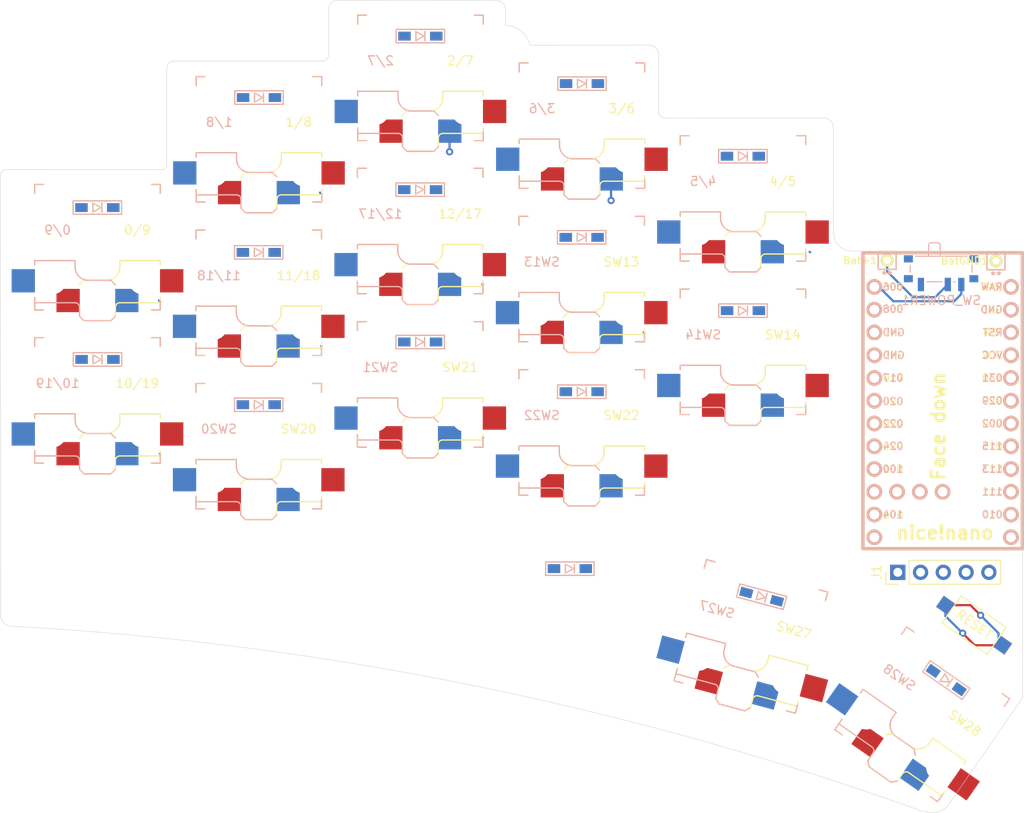
<source format=kicad_pcb>
(kicad_pcb (version 20240108) (generator "pcbnew") (generator_version "8.0")
  (layers (0 "F.Cu" signal) (31 "B.Cu" signal) (34 "B.Paste" user) (35 "F.Paste" user) (36 "B.SilkS" user "B.Silkscreen") (37 "F.SilkS" user "F.Silkscreen") (38 "B.Mask" user) (39 "F.Mask" user) (44 "Edge.Cuts" user))
  (net 0 "")
  (net 1 "BT+")
  (net 2 "gnd")
  (net 3 "vcc")
  (net 4 "reset")
  (net 5 "raw")
  (net 6 "Net-(D0-A)")
  (net 7 "Net-(D1-A)")
  (net 8 "MOSI")
  (net 9 "Net-(D2-A)")
  (net 10 "SCK")
  (net 11 "CS")
  (net 12 "Net-(D3-A)")
  (net 13 "Net-(D4-A)")
  (net 14 "Net-(D10-A)")
  (net 15 "Net-(D11-A)")
  (net 16 "row_0")
  (net 17 "Net-(D12-A)")
  (net 18 "row_1")
  (net 19 "Net-(D13-A)")
  (net 20 "Net-(D14-A)")
  (net 21 "row_3")
  (net 22 "Net-(D20-A)")
  (net 23 "col0")
  (net 24 "col1")
  (net 25 "col2")
  (net 26 "col3")
  (net 27 "col4")
  (net 28 "col5")
  (net 29 "Net-(D21-A)")
  (net 30 "Net-(D22-A)")
  (net 31 "Net-(D27-A)")
  (net 32 "Net-(D28-A)")
  (net 34 "row_2")
  (net 43 "Net-(D26-A)")
  (footprint "nice-nano-kicad:nice_nano" (layer "F.Cu") (at 238.769001 64.325433 -90)
    (property "Reference" "U1" (hide yes))
    (property "Value" "nice!nano v2" (hide yes))
    (fp_text user "002" (at 1.27 -5.537191 0) (layer "B.SilkS") (effects (font (size 0.8 0.8)) (justify mirror)))
    (fp_text user "GND" (at -6.35 5.461 0) (layer "B.SilkS") (effects (font (size 0.8 0.8)) (justify mirror)))
    (fp_text user "VCC" (at -6.35 -5.537191 0) (layer "B.SilkS") (effects (font (size 0.8 0.8)) (justify mirror)))
    (fp_text user "113" (at 6.35 -5.537191 0) (layer "B.SilkS") (effects (font (size 0.8 0.8)) (justify mirror)))
    (fp_text user "010" (at 11.43 -5.537191 0) (layer "B.SilkS") (effects (font (size 0.8 0.8)) (justify mirror)))
    (fp_text user "029" (at -1.27 -5.537191 0) (layer "B.SilkS") (effects (font (size 0.8 0.8)) (justify mirror)))
    (fp_text user "008" (at -11.5 5.53719 0) (layer "B.SilkS") (effects (font (size 0.8 0.8)) (justify mirror)))
    (fp_text user "020" (at -1.2 5.53719 0) (layer "B.SilkS") (effects (font (size 0.8 0.8)) (justify mirror)))
    (fp_text user "115" (at 3.81 -5.537191 0) (layer "B.SilkS") (effects (font (size 0.8 0.8)) (justify mirror)))
    (fp_text user "104" (at 11.43 5.53719 0) (layer "B.SilkS") (effects (font (size 0.8 0.8)) (justify mirror)))
    (fp_text user "017" (at -3.81 5.53719 0) (layer "B.SilkS") (effects (font (size 0.8 0.8)) (justify mirror)))
    (fp_text user "006" (at -13.97 5.53719 0) (layer "B.SilkS") (effects (font (size 0.8 0.8)) (justify mirror)))
    (fp_text user "100" (at 6.35 5.53719 0) (layer "B.SilkS") (effects (font (size 0.8 0.8)) (justify mirror)))
    (fp_text user "GND" (at -8.89 5.461 0) (layer "B.SilkS") (effects (font (size 0.8 0.8)) (justify mirror)))
    (fp_text user "RST" (at -8.89 -5.588 0) (layer "B.SilkS") (effects (font (size 0.8 0.8)) (justify mirror)))
    (fp_text user "031" (at -3.81 -5.537191 0) (layer "B.SilkS") (effects (font (size 0.8 0.8)) (justify mirror)))
    (fp_text user "111" (at 8.89 -5.537191 0) (layer "B.SilkS") (effects (font (size 0.8 0.8)) (justify mirror)))
    (fp_text user "RAW" (at -13.97 -5.473715 0) (layer "B.SilkS") (effects (font (size 0.8 0.8)) (justify mirror)))
    (fp_text user "GND" (at -11.43 -5.454667 0) (layer "B.SilkS") (effects (font (size 0.8 0.8)) (justify mirror)))
    (fp_text user "022" (at 1.3 5.53719 0) (layer "B.SilkS") (effects (font (size 0.8 0.8)) (justify mirror)))
    (fp_text user "024" (at 3.8 5.53719 0) (layer "B.SilkS") (effects (font (size 0.8 0.8)) (justify mirror)))
    (fp_text user "008" (at -11.5 5.53719 0) (layer "F.SilkS") (effects (font (size 0.8 0.8))))
    (fp_text user "nice!nano" (at 13.462 -0.254 0) (layer "F.SilkS") (effects (font (size 1.5 1.5) (thickness 0.3))))
    (fp_text user "104" (at 11.43 5.53719 0) (layer "F.SilkS") (effects (font (size 0.8 0.8))))
    (fp_text user "002" (at 1.27 -5.537191 0) (layer "F.SilkS") (effects (font (size 0.8 0.8))))
    (fp_text user "020" (at -1.2 5.53719 0) (layer "F.SilkS") (effects (font (size 0.8 0.8))))
    (fp_text user "113" (at 6.35 -5.537191 0) (layer "F.SilkS") (effects (font (size 0.8 0.8))))
    (fp_text user "100" (at 6.35 5.53719 0) (layer "F.SilkS") (effects (font (size 0.8 0.8))))
    (fp_text user "RST" (at -8.89 -5.588 0) (layer "F.SilkS") (effects (font (size 0.8 0.8))))
    (fp_text user "024" (at 3.81 5.53719 0) (layer "F.SilkS") (effects (font (size 0.8 0.8))))
    (fp_text user "017" (at -3.8 5.53719 0) (layer "F.SilkS") (effects (font (size 0.8 0.8))))
    (fp_text user "006" (at -13.97 5.53719 0) (layer "F.SilkS") (effects (font (size 0.8 0.8))))
    (fp_text user "GND" (at -6.35 5.461 0) (layer "F.SilkS") (effects (font (size 0.8 0.8))))
    (fp_text user "GND" (at -11.43 -5.454667 0) (layer "F.SilkS") (effects (font (size 0.8 0.8))))
    (fp_text user "115" (at 3.81 -5.537191 0) (layer "F.SilkS") (effects (font (size 0.8 0.8))))
    (fp_text user "029" (at -1.27 -5.537191 0) (layer "F.SilkS") (effects (font (size 0.8 0.8))))
    (fp_text user "010" (at 11.43 -5.537191 0) (layer "F.SilkS") (effects (font (size 0.8 0.8))))
    (fp_text user "RAW" (at -13.97 -5.473715 0) (layer "F.SilkS") (effects (font (size 0.8 0.8))))
    (fp_text user "022" (at 1.3 5.53719 0) (layer "F.SilkS") (effects (font (size 0.8 0.8))))
    (fp_text user "GND" (at -8.89 5.461 0) (layer "F.SilkS") (effects (font (size 0.8 0.8))))
    (fp_text user "VCC" (at -6.35 -5.537191 0) (layer "F.SilkS") (effects (font (size 0.8 0.8))))
    (fp_text user "111" (at 8.89 -5.537191 0) (layer "F.SilkS") (effects (font (size 0.8 0.8))))
    (fp_text user "031" (at -3.81 -5.537191 0) (layer "F.SilkS") (effects (font (size 0.8 0.8))))
    (pad "1" thru_hole circle (at -13.97 7.62 270) (size 1.7526 1.7526) (drill 1.0922) (layers "*.Cu" "*.SilkS" "*.Mask") (net 11 "CS"))
    (pad "2" thru_hole circle (at -11.43 7.62 270) (size 1.7526 1.7526) (drill 1.0922) (layers "*.Cu" "*.SilkS" "*.Mask"))
    (pad "3" thru_hole circle (at -8.89 7.62 270) (size 1.7526 1.7526) (drill 1.0922) (layers "*.Cu" "*.SilkS" "*.Mask") (net 2 "gnd"))
    (pad "4" thru_hole circle (at -6.35 7.62 270) (size 1.7526 1.7526) (drill 1.0922) (layers "*.Cu" "*.SilkS" "*.Mask") (net 2 "gnd"))
    (pad "5" thru_hole circle (at -3.81 7.62 270) (size 1.7526 1.7526) (drill 1.0922) (layers "*.Cu" "*.SilkS" "*.Mask") (net 8 "MOSI"))
    (pad "6" thru_hole circle (at -1.27 7.62 270) (size 1.7526 1.7526) (drill 1.0922) (layers "*.Cu" "*.SilkS" "*.Mask") (net 10 "SCK"))
    (pad "7" thru_hole circle (at 1.27 7.62 270) (size 1.7526 1.7526) (drill 1.0922) (layers "*.Cu" "*.SilkS" "*.Mask") (net 16 "row_0"))
    (pad "8" thru_hole circle (at 3.81 7.62 270) (size 1.7526 1.7526) (drill 1.0922) (layers "*.Cu" "*.SilkS" "*.Mask") (net 18 "row_1"))
    (pad "9" thru_hole circle (at 6.35 7.62 270) (size 1.7526 1.7526) (drill 1.0922) (layers "*.Cu" "*.SilkS" "*.Mask") (net 34 "row_2"))
    (pad "10" thru_hole circle (at 8.89 7.62 270) (size 1.7526 1.7526) (drill 1.0922) (layers "*.Cu" "*.SilkS" "*.Mask") (net 21 "row_3"))
    (pad "11" thru_hole circle (at 11.43 7.62 270) (size 1.7526 1.7526) (drill 1.0922) (layers "*.Cu" "*.SilkS" "*.Mask"))
    (pad "12" thru_hole circle (at 13.97 7.62 270) (size 1.7526 1.7526) (drill 1.0922) (layers "*.Cu" "*.SilkS" "*.Mask"))
    (pad "13" thru_hole circle (at 13.97 -7.62 270) (size 1.7526 1.7526) (drill 1.0922) (layers "*.Cu" "*.SilkS" "*.Mask"))
    (pad "14" thru_hole circle (at 11.43 -7.62 270) (size 1.7526 1.7526) (drill 1.0922) (layers "*.Cu" "*.SilkS" "*.Mask"))
    (pad "15" thru_hole circle (at 8.89 -7.62 270) (size 1.7526 1.7526) (drill 1.0922) (layers "*.Cu" "*.SilkS" "*.Mask") (net 28 "col5"))
    (pad "16" thru_hole circle (at 6.35 -7.62 270) (size 1.7526 1.7526) (drill 1.0922) (layers "*.Cu" "*.SilkS" "*.Mask") (net 27 "col4"))
    (pad "17" thru_hole circle (at 3.81 -7.62 270) (size 1.7526 1.7526) (drill 1.0922) (layers "*.Cu" "*.SilkS" "*.Mask") (net 26 "col3"))
    (pad "18" thru_hole circle (at 1.27 -7.62 270) (size 1.7526 1.7526) (drill 1.0922) (layers "*.Cu" "*.SilkS" "*.Mask") (net 25 "col2"))
    (pad "19" thru_hole circle (at -1.27 -7.62 270) (size 1.7526 1.7526) (drill 1.0922) (layers "*.Cu" "*.SilkS" "*.Mask") (net 24 "col1"))
    (pad "20" thru_hole circle (at -3.81 -7.62 270) (size 1.7526 1.7526) (drill 1.0922) (layers "*.Cu" "*.SilkS" "*.Mask") (net 23 "col0"))
    (pad "21" thru_hole circle (at -6.35 -7.62 270) (size 1.7526 1.7526) (drill 1.0922) (layers "*.Cu" "*.SilkS" "*.Mask") (net 3 "vcc"))
    (pad "22" thru_hole circle (at -8.89 -7.62 270) (size 1.7526 1.7526) (drill 1.0922) (layers "*.Cu" "*.SilkS" "*.Mask") (net 4 "reset"))
    (pad "23" thru_hole circle (at -11.43 -7.62 270) (size 1.7526 1.7526) (drill 1.0922) (layers "*.Cu" "*.SilkS" "*.Mask") (net 2 "gnd"))
    (pad "24" thru_hole circle (at -13.97 -7.62 270) (size 1.7526 1.7526) (drill 1.0922) (layers "*.Cu" "*.SilkS" "*.Mask") (net 5 "raw"))
    (pad "31" thru_hole circle (at 8.89 5.08 270) (size 1.7526 1.7526) (drill 1.0922) (layers "*.Cu" "*.SilkS" "*.Mask"))
    (pad "32" thru_hole circle (at 8.89 2.54 270) (size 1.7526 1.7526) (drill 1.0922) (layers "*.Cu" "*.SilkS" "*.Mask"))
    (pad "33" thru_hole circle (at 8.89 0 270) (size 1.7526 1.7526) (drill 1.0922) (layers "*.Cu" "*.SilkS" "*.Mask"))
  )
  (footprint "keyswitches:Kailh_socket_PG1350_reversible" (layer "F.Cu") (at 162.497201 68.120233)
    (property "Reference" "SW20" (at 4.445 -1.905 0) (layer "F.SilkS"))
    (property "Value" "SW_Push")
    (fp_text user "${REFERENCE}" (at -4.445 -1.905 0) (layer "B.SilkS") (effects (justify mirror)))
    (pad "" np_thru_hole circle (at -5.5 0) (size 1.7018 1.7018) (drill 1.7018) (layers "*.Cu" "*.Mask"))
    (pad "" np_thru_hole circle (at -5.22 -4.2) (size 0.9906 0.9906) (drill 0.9906) (layers "*.Cu" "*.Mask"))
    (pad "" np_thru_hole circle (at -5 3.75) (size 3 3) (drill 3) (layers "*.Cu" "*.Mask"))
    (pad "" np_thru_hole circle (at 0 0) (size 3.429 3.429) (drill 3.429) (layers "*.Cu" "*.Mask"))
    (pad "" np_thru_hole circle (at 0 5.95) (size 3 3) (drill 3) (layers "*.Cu" "*.Mask"))
    (pad "" np_thru_hole circle (at 5 3.75) (size 3 3) (drill 3) (layers "*.Cu" "*.Mask"))
    (pad "" np_thru_hole circle (at 5.22 -4.2) (size 0.9906 0.9906) (drill 0.9906) (layers "*.Cu" "*.Mask"))
    (pad "" np_thru_hole circle (at 5.5 0) (size 1.7018 1.7018) (drill 1.7018) (layers "*.Cu" "*.Mask"))
    (pad "1" smd rect (at -3.275 5.95) (size 2.6 2.6) (layers "F.Cu" "F.Paste" "F.Mask") (net 25 "col2"))
    (pad "1" smd rect (at 3.275 5.95) (size 2.6 2.6) (layers "B.Cu" "B.Paste" "B.Mask") (net 25 "col2"))
    (pad "2" smd rect (at -8.275 3.75) (size 2.6 2.6) (layers "B.Cu" "B.Paste" "B.Mask") (net 22 "Net-(D20-A)"))
    (pad "2" smd rect (at 8.275 3.75) (size 2.6 2.6) (layers "F.Cu" "F.Paste" "F.Mask") (net 22 "Net-(D20-A)"))
  )
  (footprint "keyswitches:Kailh_socket_PG1350_reversible" (layer "F.Cu") (at 217.386601 89.354633 -15)
    (property "Reference" "SW27" (at 4.445 -1.905 -15) (layer "F.SilkS"))
    (property "Value" "SW_Push")
    (fp_text user "${REFERENCE}" (at -4.445 -1.905 -15) (layer "B.SilkS") (effects (justify mirror)))
    (pad "" np_thru_hole circle (at -5.5 0 345) (size 1.7018 1.7018) (drill 1.7018) (layers "*.Cu" "*.Mask"))
    (pad "" np_thru_hole circle (at -5.22 -4.2 345) (size 0.9906 0.9906) (drill 0.9906) (layers "*.Cu" "*.Mask"))
    (pad "" np_thru_hole circle (at -5 3.75 345) (size 3 3) (drill 3) (layers "*.Cu" "*.Mask"))
    (pad "" np_thru_hole circle (at 0 0 345) (size 3.429 3.429) (drill 3.429) (layers "*.Cu" "*.Mask"))
    (pad "" np_thru_hole circle (at 0 5.95 345) (size 3 3) (drill 3) (layers "*.Cu" "*.Mask"))
    (pad "" np_thru_hole circle (at 5 3.75 345) (size 3 3) (drill 3) (layers "*.Cu" "*.Mask"))
    (pad "" np_thru_hole circle (at 5.22 -4.2 345) (size 0.9906 0.9906) (drill 0.9906) (layers "*.Cu" "*.Mask"))
    (pad "" np_thru_hole circle (at 5.5 0 345) (size 1.7018 1.7018) (drill 1.7018) (layers "*.Cu" "*.Mask"))
    (pad "1" smd rect (at -3.275 5.95 345) (size 2.6 2.6) (layers "F.Cu" "F.Paste" "F.Mask") (net 27 "col4"))
    (pad "1" smd rect (at 3.275 5.95 345) (size 2.6 2.6) (layers "B.Cu" "B.Paste" "B.Mask") (net 27 "col4"))
    (pad "2" smd rect (at -8.275 3.75 345) (size 2.6 2.6) (layers "B.Cu" "B.Paste" "B.Mask") (net 31 "Net-(D27-A)"))
    (pad "2" smd rect (at 8.275 3.75 345) (size 2.6 2.6) (layers "F.Cu" "F.Paste" "F.Mask") (net 31 "Net-(D27-A)"))
  )
  (footprint "keyswitches:Kailh_socket_PG1350_reversible" (layer "F.Cu") (at 180.505801 61.236833)
    (property "Reference" "SW21" (at 4.445 -1.905 0) (layer "F.SilkS"))
    (property "Value" "SW_Push")
    (fp_text user "${REFERENCE}" (at -4.445 -1.905 0) (layer "B.SilkS") (effects (justify mirror)))
    (pad "" np_thru_hole circle (at -5.5 0) (size 1.7018 1.7018) (drill 1.7018) (layers "*.Cu" "*.Mask"))
    (pad "" np_thru_hole circle (at -5.22 -4.2) (size 0.9906 0.9906) (drill 0.9906) (layers "*.Cu" "*.Mask"))
    (pad "" np_thru_hole circle (at -5 3.75) (size 3 3) (drill 3) (layers "*.Cu" "*.Mask"))
    (pad "" np_thru_hole circle (at 0 0) (size 3.429 3.429) (drill 3.429) (layers "*.Cu" "*.Mask"))
    (pad "" np_thru_hole circle (at 0 5.95) (size 3 3) (drill 3) (layers "*.Cu" "*.Mask"))
    (pad "" np_thru_hole circle (at 5 3.75) (size 3 3) (drill 3) (layers "*.Cu" "*.Mask"))
    (pad "" np_thru_hole circle (at 5.22 -4.2) (size 0.9906 0.9906) (drill 0.9906) (layers "*.Cu" "*.Mask"))
    (pad "" np_thru_hole circle (at 5.5 0) (size 1.7018 1.7018) (drill 1.7018) (layers "*.Cu" "*.Mask"))
    (pad "1" smd rect (at -3.275 5.95) (size 2.6 2.6) (layers "F.Cu" "F.Paste" "F.Mask") (net 26 "col3"))
    (pad "1" smd rect (at 3.275 5.95) (size 2.6 2.6) (layers "B.Cu" "B.Paste" "B.Mask") (net 26 "col3"))
    (pad "2" smd rect (at -8.275 3.75) (size 2.6 2.6) (layers "B.Cu" "B.Paste" "B.Mask") (net 29 "Net-(D21-A)"))
    (pad "2" smd rect (at 8.275 3.75) (size 2.6 2.6) (layers "F.Cu" "F.Paste" "F.Mask") (net 29 "Net-(D21-A)"))
  )
  (footprint "keyswitches:Kailh_socket_PG1350_reversible" (layer "F.Cu") (at 198.514401 66.596233)
    (property "Reference" "SW22" (at 4.445 -1.905 0) (layer "F.SilkS"))
    (property "Value" "SW_Push")
    (fp_text user "${REFERENCE}" (at -4.445 -1.905 0) (layer "B.SilkS") (effects (justify mirror)))
    (pad "" np_thru_hole circle (at -5.5 0) (size 1.7018 1.7018) (drill 1.7018) (layers "*.Cu" "*.Mask"))
    (pad "" np_thru_hole circle (at -5.22 -4.2) (size 0.9906 0.9906) (drill 0.9906) (layers "*.Cu" "*.Mask"))
    (pad "" np_thru_hole circle (at -5 3.75) (size 3 3) (drill 3) (layers "*.Cu" "*.Mask"))
    (pad "" np_thru_hole circle (at 0 0) (size 3.429 3.429) (drill 3.429) (layers "*.Cu" "*.Mask"))
    (pad "" np_thru_hole circle (at 0 5.95) (size 3 3) (drill 3) (layers "*.Cu" "*.Mask"))
    (pad "" np_thru_hole circle (at 5 3.75) (size 3 3) (drill 3) (layers "*.Cu" "*.Mask"))
    (pad "" np_thru_hole circle (at 5.22 -4.2) (size 0.9906 0.9906) (drill 0.9906) (layers "*.Cu" "*.Mask"))
    (pad "" np_thru_hole circle (at 5.5 0) (size 1.7018 1.7018) (drill 1.7018) (layers "*.Cu" "*.Mask"))
    (pad "1" smd rect (at -3.275 5.95) (size 2.6 2.6) (layers "F.Cu" "F.Paste" "F.Mask") (net 27 "col4"))
    (pad "1" smd rect (at 3.275 5.95) (size 2.6 2.6) (layers "B.Cu" "B.Paste" "B.Mask") (net 27 "col4"))
    (pad "2" smd rect (at -8.275 3.75) (size 2.6 2.6) (layers "B.Cu" "B.Paste" "B.Mask") (net 30 "Net-(D22-A)"))
    (pad "2" smd rect (at 8.275 3.75) (size 2.6 2.6) (layers "F.Cu" "F.Paste" "F.Mask") (net 30 "Net-(D22-A)"))
  )
  (footprint "keyswitches:Kailh_socket_PG1350_reversible" (layer "F.Cu") (at 162.522601 33.881033)
    (property "Reference" "1/8" (at 4.445 -1.905 0) (layer "F.SilkS"))
    (property "Value" "SW_Push")
    (fp_text user "${REFERENCE}" (at -4.445 -1.905 0) (layer "B.SilkS") (effects (justify mirror)))
    (pad "" np_thru_hole circle (at -5.5 0) (size 1.7018 1.7018) (drill 1.7018) (layers "*.Cu" "*.Mask"))
    (pad "" np_thru_hole circle (at -5.22 -4.2) (size 0.9906 0.9906) (drill 0.9906) (layers "*.Cu" "*.Mask"))
    (pad "" np_thru_hole circle (at -5 3.75) (size 3 3) (drill 3) (layers "*.Cu" "*.Mask"))
    (pad "" np_thru_hole circle (at 0 0) (size 3.429 3.429) (drill 3.429) (layers "*.Cu" "*.Mask"))
    (pad "" np_thru_hole circle (at 0 5.95) (size 3 3) (drill 3) (layers "*.Cu" "*.Mask"))
    (pad "" np_thru_hole circle (at 5 3.75) (size 3 3) (drill 3) (layers "*.Cu" "*.Mask"))
    (pad "" np_thru_hole circle (at 5.22 -4.2) (size 0.9906 0.9906) (drill 0.9906) (layers "*.Cu" "*.Mask"))
    (pad "" np_thru_hole circle (at 5.5 0) (size 1.7018 1.7018) (drill 1.7018) (layers "*.Cu" "*.Mask"))
    (pad "1" smd rect (at -3.275 5.95) (size 2.6 2.6) (layers "F.Cu" "F.Paste" "F.Mask") (net 25 "col2"))
    (pad "1" smd rect (at 3.275 5.95) (size 2.6 2.6) (layers "B.Cu" "B.Paste" "B.Mask") (net 25 "col2"))
    (pad "2" smd rect (at -8.275 3.75) (size 2.6 2.6) (layers "B.Cu" "B.Paste" "B.Mask") (net 7 "Net-(D1-A)"))
    (pad "2" smd rect (at 8.275 3.75) (size 2.6 2.6) (layers "F.Cu" "F.Paste" "F.Mask") (net 7 "Net-(D1-A)"))
  )
  (footprint "keyswitches:Kailh_socket_PG1350_reversible" (layer "F.Cu") (at 144.514001 45.920633)
    (property "Reference" "0/9" (at 4.445 -1.905 0) (layer "F.SilkS"))
    (property "Value" "SW_Push")
    (fp_text user "${REFERENCE}" (at -4.445 -1.905 0) (layer "B.SilkS") (effects (justify mirror)))
    (pad "" np_thru_hole circle (at -5.5 0) (size 1.7018 1.7018) (drill 1.7018) (layers "*.Cu" "*.Mask"))
    (pad "" np_thru_hole circle (at -5.22 -4.2) (size 0.9906 0.9906) (drill 0.9906) (layers "*.Cu" "*.Mask"))
    (pad "" np_thru_hole circle (at -5 3.75) (size 3 3) (drill 3) (layers "*.Cu" "*.Mask"))
    (pad "" np_thru_hole circle (at 0 0) (size 3.429 3.429) (drill 3.429) (layers "*.Cu" "*.Mask"))
    (pad "" np_thru_hole circle (at 0 5.95) (size 3 3) (drill 3) (layers "*.Cu" "*.Mask"))
    (pad "" np_thru_hole circle (at 5 3.75) (size 3 3) (drill 3) (layers "*.Cu" "*.Mask"))
    (pad "" np_thru_hole circle (at 5.22 -4.2) (size 0.9906 0.9906) (drill 0.9906) (layers "*.Cu" "*.Mask"))
    (pad "" np_thru_hole circle (at 5.5 0) (size 1.7018 1.7018) (drill 1.7018) (layers "*.Cu" "*.Mask"))
    (pad "1" smd rect (at -3.275 5.95) (size 2.6 2.6) (layers "F.Cu" "F.Paste" "F.Mask") (net 24 "col1"))
    (pad "1" smd rect (at 3.275 5.95) (size 2.6 2.6) (layers "B.Cu" "B.Paste" "B.Mask") (net 24 "col1"))
    (pad "2" smd rect (at -8.275 3.75) (size 2.6 2.6) (layers "B.Cu" "B.Paste" "B.Mask") (net 6 "Net-(D0-A)"))
    (pad "2" smd rect (at 8.275 3.75) (size 2.6 2.6) (layers "F.Cu" "F.Paste" "F.Mask") (net 6 "Net-(D0-A)"))
  )
  (footprint "keyswitches:Kailh_socket_PG1350_reversible" (layer "F.Cu") (at 144.514001 63.014833)
    (property "Reference" "10/19" (at 4.445 -1.905 0) (layer "F.SilkS"))
    (property "Value" "SW_Push")
    (fp_text user "${REFERENCE}" (at -4.445 -1.905 0) (layer "B.SilkS") (effects (justify mirror)))
    (pad "" np_thru_hole circle (at -5.5 0) (size 1.7018 1.7018) (drill 1.7018) (layers "*.Cu" "*.Mask"))
    (pad "" np_thru_hole circle (at -5.22 -4.2) (size 0.9906 0.9906) (drill 0.9906) (layers "*.Cu" "*.Mask"))
    (pad "" np_thru_hole circle (at -5 3.75) (size 3 3) (drill 3) (layers "*.Cu" "*.Mask"))
    (pad "" np_thru_hole circle (at 0 0) (size 3.429 3.429) (drill 3.429) (layers "*.Cu" "*.Mask"))
    (pad "" np_thru_hole circle (at 0 5.95) (size 3 3) (drill 3) (layers "*.Cu" "*.Mask"))
    (pad "" np_thru_hole circle (at 5 3.75) (size 3 3) (drill 3) (layers "*.Cu" "*.Mask"))
    (pad "" np_thru_hole circle (at 5.22 -4.2) (size 0.9906 0.9906) (drill 0.9906) (layers "*.Cu" "*.Mask"))
    (pad "" np_thru_hole circle (at 5.5 0) (size 1.7018 1.7018) (drill 1.7018) (layers "*.Cu" "*.Mask"))
    (pad "1" smd rect (at -3.275 5.95) (size 2.6 2.6) (layers "F.Cu" "F.Paste" "F.Mask") (net 24 "col1"))
    (pad "1" smd rect (at 3.275 5.95) (size 2.6 2.6) (layers "B.Cu" "B.Paste" "B.Mask") (net 24 "col1"))
    (pad "2" smd rect (at -8.275 3.75) (size 2.6 2.6) (layers "B.Cu" "B.Paste" "B.Mask") (net 14 "Net-(D10-A)"))
    (pad "2" smd rect (at 8.275 3.75) (size 2.6 2.6) (layers "F.Cu" "F.Paste" "F.Mask") (net 14 "Net-(D10-A)"))
  )
  (footprint "keyswitches:Kailh_socket_PG1350_reversible" (layer "F.Cu") (at 198.514401 49.476633)
    (property "Reference" "SW13" (at 4.445 -1.905 0) (layer "F.SilkS"))
    (property "Value" "SW_Push")
    (fp_text user "${REFERENCE}" (at -4.445 -1.905 0) (layer "B.SilkS") (effects (justify mirror)))
    (pad "" np_thru_hole circle (at -5.5 0) (size 1.7018 1.7018) (drill 1.7018) (layers "*.Cu" "*.Mask"))
    (pad "" np_thru_hole circle (at -5.22 -4.2) (size 0.9906 0.9906) (drill 0.9906) (layers "*.Cu" "*.Mask"))
    (pad "" np_thru_hole circle (at -5 3.75) (size 3 3) (drill 3) (layers "*.Cu" "*.Mask"))
    (pad "" np_thru_hole circle (at 0 0) (size 3.429 3.429) (drill 3.429) (layers "*.Cu" "*.Mask"))
    (pad "" np_thru_hole circle (at 0 5.95) (size 3 3) (drill 3) (layers "*.Cu" "*.Mask"))
    (pad "" np_thru_hole circle (at 5 3.75) (size 3 3) (drill 3) (layers "*.Cu" "*.Mask"))
    (pad "" np_thru_hole circle (at 5.22 -4.2) (size 0.9906 0.9906) (drill 0.9906) (layers "*.Cu" "*.Mask"))
    (pad "" np_thru_hole circle (at 5.5 0) (size 1.7018 1.7018) (drill 1.7018) (layers "*.Cu" "*.Mask"))
    (pad "1" smd rect (at -3.275 5.95) (size 2.6 2.6) (layers "F.Cu" "F.Paste" "F.Mask") (net 27 "col4"))
    (pad "1" smd rect (at 3.275 5.95) (size 2.6 2.6) (layers "B.Cu" "B.Paste" "B.Mask") (net 27 "col4"))
    (pad "2" smd rect (at -8.275 3.75) (size 2.6 2.6) (layers "B.Cu" "B.Paste" "B.Mask") (net 19 "Net-(D13-A)"))
    (pad "2" smd rect (at 8.275 3.75) (size 2.6 2.6) (layers "F.Cu" "F.Paste" "F.Mask") (net 19 "Net-(D13-A)"))
  )
  (footprint "keyswitches:Kailh_socket_PG1350_reversible" (layer "F.Cu") (at 180.505801 44.117233)
    (property "Reference" "12/17" (at 4.445 -1.905 0) (layer "F.SilkS"))
    (property "Value" "SW_Push")
    (fp_text user "${REFERENCE}" (at -4.445 -1.905 0) (layer "B.SilkS") (effects (justify mirror)))
    (pad "" np_thru_hole circle (at -5.5 0) (size 1.7018 1.7018) (drill 1.7018) (layers "*.Cu" "*.Mask"))
    (pad "" np_thru_hole circle (at -5.22 -4.2) (size 0.9906 0.9906) (drill 0.9906) (layers "*.Cu" "*.Mask"))
    (pad "" np_thru_hole circle (at -5 3.75) (size 3 3) (drill 3) (layers "*.Cu" "*.Mask"))
    (pad "" np_thru_hole circle (at 0 0) (size 3.429 3.429) (drill 3.429) (layers "*.Cu" "*.Mask"))
    (pad "" np_thru_hole circle (at 0 5.95) (size 3 3) (drill 3) (layers "*.Cu" "*.Mask"))
    (pad "" np_thru_hole circle (at 5 3.75) (size 3 3) (drill 3) (layers "*.Cu" "*.Mask"))
    (pad "" np_thru_hole circle (at 5.22 -4.2) (size 0.9906 0.9906) (drill 0.9906) (layers "*.Cu" "*.Mask"))
    (pad "" np_thru_hole circle (at 5.5 0) (size 1.7018 1.7018) (drill 1.7018) (layers "*.Cu" "*.Mask"))
    (pad "1" smd rect (at -3.275 5.95) (size 2.6 2.6) (layers "F.Cu" "F.Paste" "F.Mask") (net 26 "col3"))
    (pad "1" smd rect (at 3.275 5.95) (size 2.6 2.6) (layers "B.Cu" "B.Paste" "B.Mask") (net 26 "col3"))
    (pad "2" smd rect (at -8.275 3.75) (size 2.6 2.6) (layers "B.Cu" "B.Paste" "B.Mask") (net 17 "Net-(D12-A)"))
    (pad "2" smd rect (at 8.275 3.75) (size 2.6 2.6) (layers "F.Cu" "F.Paste" "F.Mask") (net 17 "Net-(D12-A)"))
  )
  (footprint "keyswitches:Kailh_socket_PG1350_reversible" (layer "F.Cu") (at 198.539801 32.357033)
    (property "Reference" "3/6" (at 4.445 -1.905 0) (layer "F.SilkS"))
    (property "Value" "SW_Push")
    (fp_text user "${REFERENCE}" (at -4.445 -1.905 0) (layer "B.SilkS") (effects (justify mirror)))
    (pad "" np_thru_hole circle (at -5.5 0) (size 1.7018 1.7018) (drill 1.7018) (layers "*.Cu" "*.Mask"))
    (pad "" np_thru_hole circle (at -5.22 -4.2) (size 0.9906 0.9906) (drill 0.9906) (layers "*.Cu" "*.Mask"))
    (pad "" np_thru_hole circle (at -5 3.75) (size 3 3) (drill 3) (layers "*.Cu" "*.Mask"))
    (pad "" np_thru_hole circle (at 0 0) (size 3.429 3.429) (drill 3.429) (layers "*.Cu" "*.Mask"))
    (pad "" np_thru_hole circle (at 0 5.95) (size 3 3) (drill 3) (layers "*.Cu" "*.Mask"))
    (pad "" np_thru_hole circle (at 5 3.75) (size 3 3) (drill 3) (layers "*.Cu" "*.Mask"))
    (pad "" np_thru_hole circle (at 5.22 -4.2) (size 0.9906 0.9906) (drill 0.9906) (layers "*.Cu" "*.Mask"))
    (pad "" np_thru_hole circle (at 5.5 0) (size 1.7018 1.7018) (drill 1.7018) (layers "*.Cu" "*.Mask"))
    (pad "1" smd rect (at -3.275 5.95) (size 2.6 2.6) (layers "F.Cu" "F.Paste" "F.Mask") (net 27 "col4"))
    (pad "1" smd rect (at 3.275 5.95) (size 2.6 2.6) (layers "B.Cu" "B.Paste" "B.Mask") (net 27 "col4"))
    (pad "2" smd rect (at -8.275 3.75) (size 2.6 2.6) (layers "B.Cu" "B.Paste" "B.Mask") (net 12 "Net-(D3-A)"))
    (pad "2" smd rect (at 8.275 3.75) (size 2.6 2.6) (layers "F.Cu" "F.Paste" "F.Mask") (net 12 "Net-(D3-A)"))
  )
  (footprint "keyswitches:Kailh_socket_PG1350_reversible" (layer "F.Cu") (at 180.531201 27.023033)
    (property "Reference" "2/7" (at 4.445 -1.905 0) (layer "F.SilkS"))
    (property "Value" "SW_Push")
    (fp_text user "${REFERENCE}" (at -4.445 -1.905 0) (layer "B.SilkS") (effects (justify mirror)))
    (pad "" np_thru_hole circle (at -5.5 0) (size 1.7018 1.7018) (drill 1.7018) (layers "*.Cu" "*.Mask"))
    (pad "" np_thru_hole circle (at -5.22 -4.2) (size 0.9906 0.9906) (drill 0.9906) (layers "*.Cu" "*.Mask"))
    (pad "" np_thru_hole circle (at -5 3.75) (size 3 3) (drill 3) (layers "*.Cu" "*.Mask"))
    (pad "" np_thru_hole circle (at 0 0) (size 3.429 3.429) (drill 3.429) (layers "*.Cu" "*.Mask"))
    (pad "" np_thru_hole circle (at 0 5.95) (size 3 3) (drill 3) (layers "*.Cu" "*.Mask"))
    (pad "" np_thru_hole circle (at 5 3.75) (size 3 3) (drill 3) (layers "*.Cu" "*.Mask"))
    (pad "" np_thru_hole circle (at 5.22 -4.2) (size 0.9906 0.9906) (drill 0.9906) (layers "*.Cu" "*.Mask"))
    (pad "" np_thru_hole circle (at 5.5 0) (size 1.7018 1.7018) (drill 1.7018) (layers "*.Cu" "*.Mask"))
    (pad "1" smd rect (at -3.275 5.95) (size 2.6 2.6) (layers "F.Cu" "F.Paste" "F.Mask") (net 26 "col3"))
    (pad "1" smd rect (at 3.275 5.95) (size 2.6 2.6) (layers "B.Cu" "B.Paste" "B.Mask") (net 26 "col3"))
    (pad "2" smd rect (at -8.275 3.75) (size 2.6 2.6) (layers "B.Cu" "B.Paste" "B.Mask") (net 9 "Net-(D2-A)"))
    (pad "2" smd rect (at 8.275 3.75) (size 2.6 2.6) (layers "F.Cu" "F.Paste" "F.Mask") (net 9 "Net-(D2-A)"))
  )
  (footprint "Button_Switch_SMD:SW_SPST_CK_RS282G05A3" (layer "F.Cu") (at 242.275129 88.102991 145)
    (property "Reference" "RSW1" (hide yes))
    (property "Value" "SW_Push" (hide yes))
    (pad "1" smd rect (at -3.9 0 145) (size 1.5 1.5) (layers "F.Cu" "F.Paste" "F.Mask") (net 2 "gnd"))
    (pad "1" smd rect (at 3.900825 0 145) (size 1.5 1.5) (layers "B.Cu" "B.Paste" "B.Mask") (net 2 "gnd"))
    (pad "2" smd rect (at -3.899175 0 145) (size 1.5 1.5) (layers "B.Cu" "B.Paste" "B.Mask") (net 4 "reset"))
    (pad "2" smd rect (at 3.9 0 145) (size 1.5 1.5) (layers "F.Cu" "F.Paste" "F.Mask") (net 4 "reset"))
  )
  (footprint "keyswitches:Kailh_socket_PG1350_reversible" (layer "F.Cu") (at 162.497201 51.000633)
    (property "Reference" "11/18" (at 4.445 -1.905 0) (layer "F.SilkS"))
    (property "Value" "SW_Push")
    (fp_text user "${REFERENCE}" (at -4.445 -1.905 0) (layer "B.SilkS") (effects (justify mirror)))
    (pad "" np_thru_hole circle (at -5.5 0) (size 1.7018 1.7018) (drill 1.7018) (layers "*.Cu" "*.Mask"))
    (pad "" np_thru_hole circle (at -5.22 -4.2) (size 0.9906 0.9906) (drill 0.9906) (layers "*.Cu" "*.Mask"))
    (pad "" np_thru_hole circle (at -5 3.75) (size 3 3) (drill 3) (layers "*.Cu" "*.Mask"))
    (pad "" np_thru_hole circle (at 0 0) (size 3.429 3.429) (drill 3.429) (layers "*.Cu" "*.Mask"))
    (pad "" np_thru_hole circle (at 0 5.95) (size 3 3) (drill 3) (layers "*.Cu" "*.Mask"))
    (pad "" np_thru_hole circle (at 5 3.75) (size 3 3) (drill 3) (layers "*.Cu" "*.Mask"))
    (pad "" np_thru_hole circle (at 5.22 -4.2) (size 0.9906 0.9906) (drill 0.9906) (layers "*.Cu" "*.Mask"))
    (pad "" np_thru_hole circle (at 5.5 0) (size 1.7018 1.7018) (drill 1.7018) (layers "*.Cu" "*.Mask"))
    (pad "1" smd rect (at -3.275 5.95) (size 2.6 2.6) (layers "F.Cu" "F.Paste" "F.Mask") (net 25 "col2"))
    (pad "1" smd rect (at 3.275 5.95) (size 2.6 2.6) (layers "B.Cu" "B.Paste" "B.Mask") (net 25 "col2"))
    (pad "2" smd rect (at -8.275 3.75) (size 2.6 2.6) (layers "B.Cu" "B.Paste" "B.Mask") (net 15 "Net-(D11-A)"))
    (pad "2" smd rect (at 8.275 3.75) (size 2.6 2.6) (layers "F.Cu" "F.Paste" "F.Mask") (net 15 "Net-(D11-A)"))
  )
  (footprint "keyswitches:Kailh_socket_PG1350_reversible" (layer "F.Cu") (at 216.5 57.6)
    (property "Reference" "SW14" (at 4.445 -1.905 0) (layer "F.SilkS"))
    (property "Value" "SW_Push")
    (fp_text user "${REFERENCE}" (at -4.445 -1.905 0) (layer "B.SilkS") (effects (justify mirror)))
    (pad "" np_thru_hole circle (at -5.5 0) (size 1.7018 1.7018) (drill 1.7018) (layers "*.Cu" "*.Mask"))
    (pad "" np_thru_hole circle (at -5.22 -4.2) (size 0.9906 0.9906) (drill 0.9906) (layers "*.Cu" "*.Mask"))
    (pad "" np_thru_hole circle (at -5 3.75) (size 3 3) (drill 3) (layers "*.Cu" "*.Mask"))
    (pad "" np_thru_hole circle (at 0 0) (size 3.429 3.429) (drill 3.429) (layers "*.Cu" "*.Mask"))
    (pad "" np_thru_hole circle (at 0 5.95) (size 3 3) (drill 3) (layers "*.Cu" "*.Mask"))
    (pad "" np_thru_hole circle (at 5 3.75) (size 3 3) (drill 3) (layers "*.Cu" "*.Mask"))
    (pad "" np_thru_hole circle (at 5.22 -4.2) (size 0.9906 0.9906) (drill 0.9906) (layers "*.Cu" "*.Mask"))
    (pad "" np_thru_hole circle (at 5.5 0) (size 1.7018 1.7018) (drill 1.7018) (layers "*.Cu" "*.Mask"))
    (pad "1" smd rect (at -3.275 5.95) (size 2.6 2.6) (layers "F.Cu" "F.Paste" "F.Mask") (net 28 "col5"))
    (pad "1" smd rect (at 3.275 5.95) (size 2.6 2.6) (layers "B.Cu" "B.Paste" "B.Mask") (net 28 "col5"))
    (pad "2" smd rect (at -8.275 3.75) (size 2.6 2.6) (layers "B.Cu" "B.Paste" "B.Mask") (net 20 "Net-(D14-A)"))
    (pad "2" smd rect (at 8.275 3.75) (size 2.6 2.6) (layers "F.Cu" "F.Paste" "F.Mask") (net 20 "Net-(D14-A)"))
  )
  (footprint "keyswitches:Kailh_socket_PG1350_reversible" (layer "F.Cu") (at 236.487401 98.041433 -35)
    (property "Reference" "SW28" (at 4.445 -1.905 -35) (layer "F.SilkS"))
    (property "Value" "SW_Push")
    (fp_text user "${REFERENCE}" (at -4.445 -1.905 -35) (layer "B.SilkS") (effects (justify mirror)))
    (pad "" np_thru_hole circle (at -5.5 0 325) (size 1.7018 1.7018) (drill 1.7018) (layers "*.Cu" "*.Mask"))
    (pad "" np_thru_hole circle (at -5.220001 -4.2 325) (size 0.9906 0.9906) (drill 0.9906) (layers "*.Cu" "*.Mask"))
    (pad "" np_thru_hole circle (at -5 3.75 325) (size 3 3) (drill 3) (layers "*.Cu" "*.Mask"))
    (pad "" np_thru_hole circle (at 0 0 325) (size 3.429 3.429) (drill 3.429) (layers "*.Cu" "*.Mask"))
    (pad "" np_thru_hole circle (at 0 5.95 325) (size 3 3) (drill 3) (layers "*.Cu" "*.Mask"))
    (pad "" np_thru_hole circle (at 5 3.749999 325) (size 3 3) (drill 3) (layers "*.Cu" "*.Mask"))
    (pad "" np_thru_hole circle (at 5.22 -4.200001 325) (size 0.9906 0.9906) (drill 0.9906) (layers "*.Cu" "*.Mask"))
    (pad "" np_thru_hole circle (at 5.5 0 325) (size 1.7018 1.7018) (drill 1.7018) (layers "*.Cu" "*.Mask"))
    (pad "1" smd rect (at -3.275 5.95 325) (size 2.6 2.6) (layers "F.Cu" "F.Paste" "F.Mask") (net 28 "col5"))
    (pad "1" smd rect (at 3.275 5.95 325) (size 2.6 2.6) (layers "B.Cu" "B.Paste" "B.Mask") (net 28 "col5"))
    (pad "2" smd rect (at -8.275 3.75 325) (size 2.6 2.6) (layers "B.Cu" "B.Paste" "B.Mask") (net 32 "Net-(D28-A)"))
    (pad "2" smd rect (at 8.275 3.75 325) (size 2.6 2.6) (layers "F.Cu" "F.Paste" "F.Mask") (net 32 "Net-(D28-A)"))
  )
  (footprint "Connector_PinHeader_2.54mm:PinHeader_1x05_P2.54mm_Vertical" (layer "F.Cu") (at 233.765 82.2 90)
    (property "Reference" "J1" (at 0 -2.33 90) (layer "F.SilkS"))
    (property "Value" "ScreenL")
    (pad "1" thru_hole rect (at 0 0 90) (size 1.7 1.7) (drill 1) (layers "*.Cu" "*.Mask") (net 8 "MOSI"))
    (pad "2" thru_hole oval (at 0 2.54 90) (size 1.7 1.7) (drill 1) (layers "*.Cu" "*.Mask") (net 10 "SCK"))
    (pad "3" thru_hole oval (at 0 5.08 90) (size 1.7 1.7) (drill 1) (layers "*.Cu" "*.Mask") (net 3 "vcc"))
    (pad "4" thru_hole oval (at 0 7.62 90) (size 1.7 1.7) (drill 1) (layers "*.Cu" "*.Mask") (net 2 "gnd"))
    (pad "5" thru_hole oval (at 0 10.16 90) (size 1.7 1.7) (drill 1) (layers "*.Cu" "*.Mask") (net 11 "CS"))
  )
  (footprint "kbd:1pin_conn" (layer "F.Cu") (at 232.575801 47.393833)
    (property "Reference" "Bat+1" (at -3 0 0) (layer "F.SilkS") (effects (font (size 0.8128 0.8128))))
    (property "Value" "MountingHole_Pad" (hide yes))
    (fp_text user "**" (at 0 1.651 0) (layer "B.SilkS") (effects (font (size 0.8128 0.8128)) (justify mirror)))
    (fp_text user " " (at 0 1.651 0) (layer "B.SilkS") (effects (font (size 0.8128 0.8128)) (justify mirror)))
    (pad "1" thru_hole circle (at 0 0) (size 1.397 1.397) (drill 0.8128) (layers "*.Cu" "*.Mask" "F.SilkS") (net 1 "BT+"))
  )
  (footprint "kbd:1pin_conn" (layer "F.Cu") (at 244.717001 47.444633)
    (property "Reference" "BatGND1" (at -3.5 0 0) (layer "F.SilkS") (effects (font (size 0.8128 0.8128))))
    (property "Value" "MountingHole_Pad" (hide yes))
    (fp_text user "**" (at 0 1.651 0) (layer "B.SilkS") (effects (font (size 0.8128 0.8128)) (justify mirror)))
    (fp_text user " " (at 0 1.651 0) (layer "B.SilkS") (effects (font (size 0.8128 0.8128)) (justify mirror)))
    (pad "1" thru_hole circle (at 0 0) (size 1.397 1.397) (drill 0.8128) (layers "*.Cu" "*.Mask" "F.SilkS") (net 2 "gnd"))
  )
  (footprint "keyswitches:Kailh_socket_PG1350_reversible" (layer "F.Cu") (at 216.5 40.4804)
    (property "Reference" "4/5" (at 4.445 -1.905 0) (layer "F.SilkS"))
    (property "Value" "SW_Push")
    (fp_text user "${REFERENCE}" (at -4.445 -1.905 0) (layer "B.SilkS") (effects (justify mirror)))
    (pad "" np_thru_hole circle (at -5.5 0) (size 1.7018 1.7018) (drill 1.7018) (layers "*.Cu" "*.Mask"))
    (pad "" np_thru_hole circle (at -5.22 -4.2) (size 0.9906 0.9906) (drill 0.9906) (layers "*.Cu" "*.Mask"))
    (pad "" np_thru_hole circle (at -5 3.75) (size 3 3) (drill 3) (layers "*.Cu" "*.Mask"))
    (pad "" np_thru_hole circle (at 0 0) (size 3.429 3.429) (drill 3.429) (layers "*.Cu" "*.Mask"))
    (pad "" np_thru_hole circle (at 0 5.95) (size 3 3) (drill 3) (layers "*.Cu" "*.Mask"))
    (pad "" np_thru_hole circle (at 5 3.75) (size 3 3) (drill 3) (layers "*.Cu" "*.Mask"))
    (pad "" np_thru_hole circle (at 5.22 -4.2) (size 0.9906 0.9906) (drill 0.9906) (layers "*.Cu" "*.Mask"))
    (pad "" np_thru_hole circle (at 5.5 0) (size 1.7018 1.7018) (drill 1.7018) (layers "*.Cu" "*.Mask"))
    (pad "1" smd rect (at -3.275 5.95) (size 2.6 2.6) (layers "F.Cu" "F.Paste" "F.Mask") (net 28 "col5"))
    (pad "1" smd rect (at 3.275 5.95) (size 2.6 2.6) (layers "B.Cu" "B.Paste" "B.Mask") (net 28 "col5"))
    (pad "2" smd rect (at -8.275 3.75) (size 2.6 2.6) (layers "B.Cu" "B.Paste" "B.Mask") (net 13 "Net-(D4-A)"))
    (pad "2" smd rect (at 8.275 3.75) (size 2.6 2.6) (layers "F.Cu" "F.Paste" "F.Mask") (net 13 "Net-(D4-A)"))
  )
  (footprint "kbd:D3_SMD_v2" (layer "B.Cu") (at 144.516162 58.447055 180)
    (property "Reference" "D10" (hide yes))
    (property "Value" "D" (hide yes))
    (pad "1" smd rect (at -1.775 0 180) (size 1.4 1) (layers "B.Cu" "B.Paste" "B.Mask") (net 18 "row_1"))
    (pad "2" smd rect (at 1.775 0 180) (size 1.4 1) (layers "B.Cu" "B.Paste" "B.Mask") (net 14 "Net-(D10-A)"))
  )
  (footprint "kbd:D3_SMD_v2" (layer "B.Cu") (at 197.194455 81.791031 180)
    (property "Reference" "D26" (hide yes))
    (property "Value" "D" (hide yes))
    (pad "1" smd rect (at -1.775 0 180) (size 1.4 1) (layers "B.Cu" "B.Paste" "B.Mask") (net 21 "row_3"))
    (pad "2" smd rect (at 1.775 0 180) (size 1.4 1) (layers "B.Cu" "B.Paste" "B.Mask") (net 43 "Net-(D26-A)"))
  )
  (footprint "kbd:D3_SMD_v2" (layer "B.Cu") (at 216.5 53 180)
    (property "Reference" "D14" (hide yes))
    (property "Value" "D" (hide yes))
    (pad "1" smd rect (at -1.775 0 180) (size 1.4 1) (layers "B.Cu" "B.Paste" "B.Mask") (net 18 "row_1"))
    (pad "2" smd rect (at 1.775 0 180) (size 1.4 1) (layers "B.Cu" "B.Paste" "B.Mask") (net 20 "Net-(D14-A)"))
  )
  (footprint "kbd:D3_SMD_v2" (layer "B.Cu") (at 180.5 56.5 180)
    (property "Reference" "D21" (hide yes))
    (property "Value" "D" (hide yes))
    (pad "1" smd rect (at -1.775 0 180) (size 1.4 1) (layers "B.Cu" "B.Paste" "B.Mask") (net 34 "row_2"))
    (pad "2" smd rect (at 1.775 0 180) (size 1.4 1) (layers "B.Cu" "B.Paste" "B.Mask") (net 29 "Net-(D21-A)"))
  )
  (footprint "kbd:D3_SMD_v2" (layer "B.Cu") (at 162.529491 29.221509 180)
    (property "Reference" "D1" (hide yes))
    (property "Value" "D" (hide yes))
    (pad "1" smd rect (at -1.775 0 180) (size 1.4 1) (layers "B.Cu" "B.Paste" "B.Mask") (net 16 "row_0"))
    (pad "2" smd rect (at 1.775 0 180) (size 1.4 1) (layers "B.Cu" "B.Paste" "B.Mask") (net 7 "Net-(D1-A)"))
  )
  (footprint "Button_Switch_SMD:SW_SPDT_PCM12" (layer "B.Cu") (at 238.595601 48.656233)
    (property "Reference" "SW_POWER1" (at 0 3.2 0) (layer "B.SilkS") (effects (justify mirror)))
    (property "Value" "SW_SPDT")
    (pad "" smd rect (at -3.65 -1.43) (size 1 0.8) (layers "B.Cu" "B.Paste" "B.Mask"))
    (pad "" smd rect (at -3.65 0.78) (size 1 0.8) (layers "B.Cu" "B.Paste" "B.Mask"))
    (pad "" np_thru_hole circle (at -1.5 -0.33) (size 0.9 0.9) (drill 0.9) (layers "*.Cu" "*.Mask"))
    (pad "" np_thru_hole circle (at 1.5 -0.33) (size 0.9 0.9) (drill 0.9) (layers "*.Cu" "*.Mask"))
    (pad "" smd rect (at 3.65 -1.43) (size 1 0.8) (layers "B.Cu" "B.Paste" "B.Mask"))
    (pad "" smd rect (at 3.65 0.78) (size 1 0.8) (layers "B.Cu" "B.Paste" "B.Mask"))
    (pad "1" smd rect (at -2.25 1.43) (size 0.7 1.5) (layers "B.Cu" "B.Paste" "B.Mask"))
    (pad "2" smd rect (at 0.75 1.43) (size 0.7 1.5) (layers "B.Cu" "B.Paste" "B.Mask") (net 1 "BT+"))
    (pad "3" smd rect (at 2.25 1.43) (size 0.7 1.5) (layers "B.Cu" "B.Paste" "B.Mask") (net 5 "raw"))
  )
  (footprint "kbd:D3_SMD_v2" (layer "B.Cu") (at 180.526451 22.367649 180)
    (property "Reference" "D2" (hide yes))
    (property "Value" "D" (hide yes))
    (pad "1" smd rect (at -1.775 0 180) (size 1.4 1) (layers "B.Cu" "B.Paste" "B.Mask") (net 16 "row_0"))
    (pad "2" smd rect (at 1.775 0 180) (size 1.4 1) (layers "B.Cu" "B.Paste" "B.Mask") (net 9 "Net-(D2-A)"))
  )
  (footprint "kbd:D3_SMD_v2" (layer "B.Cu") (at 216.491494 35.767314 180)
    (property "Reference" "D4" (hide yes))
    (property "Value" "D" (hide yes))
    (pad "1" smd rect (at -1.775 0 180) (size 1.4 1) (layers "B.Cu" "B.Paste" "B.Mask") (net 16 "row_0"))
    (pad "2" smd rect (at 1.775 0 180) (size 1.4 1) (layers "B.Cu" "B.Paste" "B.Mask") (net 13 "Net-(D4-A)"))
  )
  (footprint "kbd:D3_SMD_v2" (layer "B.Cu") (at 239.167642 94.225482 145)
    (property "Reference" "D28" (hide yes))
    (property "Value" "D" (hide yes))
    (pad "1" smd rect (at -1.775 0 145) (size 1.4 1) (layers "B.Cu" "B.Paste" "B.Mask") (net 21 "row_3"))
    (pad "2" smd rect (at 1.775 0 145) (size 1.4 1) (layers "B.Cu" "B.Paste" "B.Mask") (net 32 "Net-(D28-A)"))
  )
  (footprint "kbd:D3_SMD_v2" (layer "B.Cu") (at 198.520116 62.046937 180)
    (property "Reference" "D22" (hide yes))
    (property "Value" "D" (hide yes))
    (pad "1" smd rect (at -1.775 0 180) (size 1.4 1) (layers "B.Cu" "B.Paste" "B.Mask") (net 34 "row_2"))
    (pad "2" smd rect (at 1.775 0 180) (size 1.4 1) (layers "B.Cu" "B.Paste" "B.Mask") (net 30 "Net-(D22-A)"))
  )
  (footprint "kbd:D3_SMD_v2" (layer "B.Cu") (at 218.579564 84.924238 165)
    (property "Reference" "D27" (hide yes))
    (property "Value" "D" (hide yes))
    (pad "1" smd rect (at -1.775 0 165) (size 1.4 1) (layers "B.Cu" "B.Paste" "B.Mask") (net 21 "row_3"))
    (pad "2" smd rect (at 1.775 0 165) (size 1.4 1) (layers "B.Cu" "B.Paste" "B.Mask") (net 31 "Net-(D27-A)"))
  )
  (footprint "kbd:D3_SMD_v2" (layer "B.Cu") (at 198.51296 44.818752 180)
    (property "Reference" "D13" (hide yes))
    (property "Value" "D" (hide yes))
    (pad "1" smd rect (at -1.775 0 180) (size 1.4 1) (layers "B.Cu" "B.Paste" "B.Mask") (net 18 "row_1"))
    (pad "2" smd rect (at 1.775 0 180) (size 1.4 1) (layers "B.Cu" "B.Paste" "B.Mask") (net 19 "Net-(D13-A)"))
  )
  (footprint "kbd:D3_SMD_v2" (layer "B.Cu") (at 180.5 39.5 180)
    (property "Reference" "D12" (hide yes))
    (property "Value" "D" (hide yes))
    (pad "1" smd rect (at -1.775 0 180) (size 1.4 1) (layers "B.Cu" "B.Paste" "B.Mask") (net 18 "row_1"))
    (pad "2" smd rect (at 1.775 0 180) (size 1.4 1) (layers "B.Cu" "B.Paste" "B.Mask") (net 17 "Net-(D12-A)"))
  )
  (footprint "kbd:D3_SMD_v2" (layer "B.Cu") (at 198.545414 27.665553 180)
    (property "Reference" "D3" (hide yes))
    (property "Value" "D" (hide yes))
    (pad "1" smd rect (at -1.775 0 180) (size 1.4 1) (layers "B.Cu" "B.Paste" "B.Mask") (net 16 "row_0"))
    (pad "2" smd rect (at 1.775 0 180) (size 1.4 1) (layers "B.Cu" "B.Paste" "B.Mask") (net 12 "Net-(D3-A)"))
  )
  (footprint "kbd:D3_SMD_v2" (layer "B.Cu") (at 162.5 63.5 180)
    (property "Reference" "D20" (hide yes))
    (property "Value" "D" (hide yes))
    (pad "1" smd rect (at -1.775 0 180) (size 1.4 1) (layers "B.Cu" "B.Paste" "B.Mask") (net 34 "row_2"))
    (pad "2" smd rect (at 1.775 0 180) (size 1.4 1) (layers "B.Cu" "B.Paste" "B.Mask") (net 22 "Net-(D20-A)"))
  )
  (footprint "kbd:D3_SMD_v2" (layer "B.Cu") (at 144.5 41.5 180)
    (property "Reference" "D0" (hide yes))
    (property "Value" "D" (hide yes))
    (pad "1" smd rect (at -1.775 0 180) (size 1.4 1) (layers "B.Cu" "B.Paste" "B.Mask") (net 16 "row_0"))
    (pad "2" smd rect (at 1.775 0 180) (size 1.4 1) (layers "B.Cu" "B.Paste" "B.Mask") (net 6 "Net-(D0-A)"))
  )
  (footprint "kbd:D3_SMD_v2" (layer "B.Cu") (at 162.5 46.5 180)
    (property "Reference" "D11" (hide yes))
    (property "Value" "D" (hide yes))
    (pad "1" smd rect (at -1.775 0 180) (size 1.4 1) (layers "B.Cu" "B.Paste" "B.Mask") (net 18 "row_1"))
    (pad "2" smd rect (at 1.775 0 180) (size 1.4 1) (layers "B.Cu" "B.Paste" "B.Mask") (net 15 "Net-(D11-A)"))
  )
  (gr_line (start 226.58162 44.592554) (end 226.589732 32.594929) (stroke (width 0.05)) (layer "Edge.Cuts"))
  (gr_arc (start 239.357601 108.226833) (mid 238.090751 108.982705) (end 236.622006 108.844853) (stroke (width 0.05)) (layer "Edge.Cuts"))
  (gr_arc (start 228.634411 46.352433) (mid 227.241785 45.795835) (end 226.630021 44.426555) (stroke (width 0.05)) (layer "Edge.Cuts"))
  (gr_arc (start 225.517635 31.503068) (mid 226.279827 31.826955) (end 226.589732 32.594929) (stroke (width 0.05)) (layer "Edge.Cuts"))
  (gr_line (start 192.734972 23.377939) (end 206.032621 23.371741) (stroke (width 0.05)) (layer "Edge.Cuts"))
  (gr_arc (start 188.963821 18.367941) (mid 189.722099 18.690013) (end 190.030801 19.453833) (stroke (width 0.05)) (layer "Edge.Cuts"))
  (gr_arc (start 206.032621 23.371741) (mid 206.78198 23.684801) (end 207.099601 24.432233) (stroke (width 0.05)) (layer "Edge.Cuts"))
  (gr_line (start 228.634411 46.352433) (end 247.25511 46.353089) (stroke (width 0.05)) (layer "Edge.Cuts"))
  (gr_arc (start 170.314986 19.305572) (mid 170.589985 18.639555) (end 171.254786 18.361633) (stroke (width 0.05)) (layer "Edge.Cuts"))
  (gr_arc (start 133.668201 37.947367) (mid 133.869067 37.462433) (end 134.354001 37.261567) (stroke (width 0.05)) (layer "Edge.Cuts"))
  (gr_arc (start 134.9248 88.213849) (mid 186.479808 94.843223) (end 236.529396 108.875552) (stroke (width 0.05)) (layer "Edge.Cuts"))
  (gr_line (start 133.668201 37.947367) (end 133.668201 46.151567) (stroke (width 0.05)) (layer "Edge.Cuts"))
  (gr_line (start 247.637238 96.268281) (end 239.357601 108.226833) (stroke (width 0.05)) (layer "Edge.Cuts"))
  (gr_line (start 170.314986 19.305572) (end 170.314986 24.381433) (stroke (width 0.05)) (layer "Edge.Cuts"))
  (gr_arc (start 247.25511 46.353089) (mid 247.556329 46.474281) (end 247.681578 46.773821) (stroke (width 0.05)) (layer "Edge.Cuts"))
  (gr_line (start 151.785312 37.259233) (end 134.354001 37.261567) (stroke (width 0.05)) (layer "Edge.Cuts"))
  (gr_line (start 247.681578 46.773821) (end 247.681578 96.014281) (stroke (width 0.05)) (layer "Edge.Cuts"))
  (gr_line (start 225.557968 31.50154) (end 207.734601 31.498459) (stroke (width 0.05)) (layer "Edge.Cuts"))
  (gr_line (start 207.099601 31) (end 207.099601 24.432233) (stroke (width 0.05)) (layer "Edge.Cuts"))
  (gr_arc (start 170.314986 24.381433) (mid 170.0918 24.920243) (end 169.552986 25.143433) (stroke (width 0.05)) (layer "Edge.Cuts"))
  (gr_arc (start 134.9248 88.213848) (mid 134.080656 87.864192) (end 133.731 87.020048) (stroke (width 0.05)) (layer "Edge.Cuts"))
  (gr_line (start 169.552986 25.143433) (end 152.997601 25.143433) (stroke (width 0.05)) (layer "Edge.Cuts"))
  (gr_arc (start 152.235601 36.738533) (mid 152.112081 37.086761) (end 151.785312 37.259233) (stroke (width 0.05)) (layer "Edge.Cuts"))
  (gr_line (start 133.668201 46.151567) (end 133.731 87.020048) (stroke (width 0.05)) (layer "Edge.Cuts"))
  (gr_arc (start 207.752579 31.493649) (mid 207.303554 31.307664) (end 207.117579 30.858649) (stroke (width 0.05)) (layer "Edge.Cuts"))
  (gr_line (start 152.235601 25.930833) (end 152.235601 36.738533) (stroke (width 0.05)) (layer "Edge.Cuts"))
  (gr_arc (start 152.235601 25.930833) (mid 152.457294 25.382972) (end 152.997601 25.143433) (stroke (width 0.05)) (layer "Edge.Cuts"))
  (gr_arc (start 190.030801 21.181033) (mid 191.767237 21.806389) (end 192.734972 23.377939) (stroke (width 0.05)) (layer "Edge.Cuts"))
  (gr_arc (start 247.688038 96.014281) (mid 247.675207 96.143794) (end 247.637238 96.268281) (stroke (width 0.05)) (layer "Edge.Cuts"))
  (gr_line (start 188.963821 18.367941) (end 171.254786 18.361633) (stroke (width 0.05)) (layer "Edge.Cuts"))
  (gr_line (start 190.030801 21.181033) (end 190.030801 19.453833) (stroke (width 0.05)) (layer "Edge.Cuts"))
  (gr_text "Face down" (at 238.290801 65.910433 90) (layer "F.SilkS") (effects (font (size 1.5 1.5) (thickness 0.3))))
  (gr_text "RESET" (at 242.305307 88 -35) (layer "F.SilkS") (effects (font (size 1 1))))
  (segment (start 237.931834 51.5) (end 239.345601 50.086233) (width 0.25) (layer "B.Cu") (net 1))
  (segment (start 235.459368 51.5) (end 237.931834 51.5) (width 0.25) (layer "B.Cu") (net 1))
  (segment (start 232.575801 48.616433) (end 235.459368 51.5) (width 0.25) (layer "B.Cu") (net 1))
  (segment (start 232.575801 47.393833) (end 232.575801 48.616433) (width 0.25) (layer "B.Cu") (net 1))
  (segment (start 242.339939 90.339939) (end 241 89) (width 0.25) (layer "F.Cu") (net 2))
  (segment (start 245.469822 90.339939) (end 242.339939 90.339939) (width 0.25) (layer "F.Cu") (net 2))
  (via (at 241 89) (size 0.8) (drill 0.4) (layers "F.Cu" "B.Cu") (net 2))
  (segment (start 239.07976 85.86557) (end 239.07976 87.07976) (width 0.25) (layer "B.Cu") (net 2))
  (segment (start 239.07976 87.07976) (end 241 89) (width 0.25) (layer "B.Cu") (net 2))
  (segment (start 241.866043 85.866043) (end 243 87) (width 0.25) (layer "F.Cu") (net 4))
  (segment (start 239.080436 85.866043) (end 241.866043 85.866043) (width 0.25) (layer "F.Cu") (net 4))
  (via (at 243 87) (size 0.8) (drill 0.4) (layers "F.Cu" "B.Cu") (net 4))
  (segment (start 245.469146 90.339466) (end 245 89.87032) (width 0.25) (layer "B.Cu") (net 4))
  (segment (start 245 89.87032) (end 245 89) (width 0.25) (layer "B.Cu") (net 4))
  (segment (start 245 89) (end 243 87) (width 0.25) (layer "B.Cu") (net 4))
  (segment (start 233.262968 51.95) (end 240.05 51.95) (width 0.25) (layer "B.Cu") (net 5))
  (segment (start 240.845601 51.154399) (end 240.845601 50.086233) (width 0.25) (layer "B.Cu") (net 5))
  (segment (start 240.05 51.95) (end 240.845601 51.154399) (width 0.25) (layer "B.Cu") (net 5))
  (segment (start 231.160401 49.847433) (end 233.262968 51.95) (width 0.25) (layer "B.Cu") (net 5))
  (segment (start 151.5 52) (end 151.370633 51.870633) (width 0.25) (layer "B.Cu") (net 24))
  (segment (start 151.5 69) (end 151.464833 68.964833) (width 0.25) (layer "B.Cu") (net 24))
  (segment (start 169.450633 56.950633) (end 169.5 57) (width 0.25) (layer "B.Cu") (net 25))
  (segment (start 169.5 40) (end 169.331033 39.831033) (width 0.25) (layer "B.Cu") (net 25))
  (segment (start 187.507799 67.180212) (end 187.5 67.172413) (width 0.25) (layer "F.Cu") (net 26))
  (via (at 183.780801 35.280801) (size 0.8) (drill 0.4) (layers "F.Cu" "B.Cu") (net 26))
  (segment (start 183.780801 32.998433) (end 183.806201 32.973033) (width 0.25) (layer "B.Cu") (net 26))
  (segment (start 183.780801 35.280801) (end 183.780801 32.998433) (width 0.25) (layer "B.Cu") (net 26))
  (segment (start 187.507799 67.180212) (end 187.501178 67.186833) (width 0.25) (layer "B.Cu") (net 26))
  (segment (start 187.5 50) (end 187.432767 50.067233) (width 0.25) (layer "B.Cu") (net 26))
  (via (at 201.789401 40.710599) (size 0.8) (drill 0.4) (layers "F.Cu" "B.Cu") (net 27))
  (segment (start 205.426633 55.426633) (end 205.5 55.5) (width 0.25) (layer "B.Cu") (net 27))
  (segment (start 201.789401 38.332433) (end 201.814801 38.307033) (width 0.25) (layer "B.Cu") (net 27))
  (segment (start 201.789401 40.710599) (end 201.789401 38.332433) (width 0.25) (layer "B.Cu") (net 27))
  (segment (start 220.225 64) (end 219.775 63.55) (width 0.25) (layer "B.Cu") (net 28))
  (segment (start 224 46.5) (end 223.9304 46.4304) (width 0.25) (layer "B.Cu") (net 28))
  (segment (start 231.160401 70.167433) (end 230.832567 70.167433) (width 0.25) (layer "F.Cu") (net 34))
)
</source>
